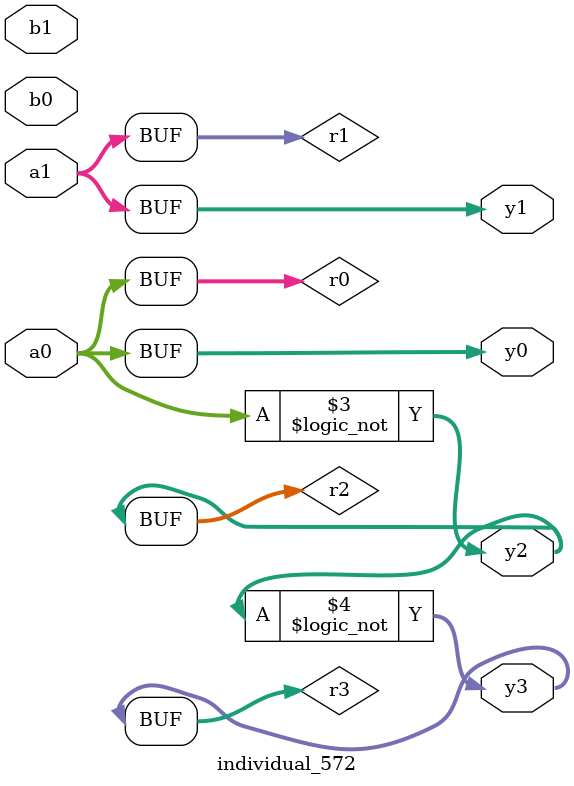
<source format=sv>
module individual_572(input logic [15:0] a1, input logic [15:0] a0, input logic [15:0] b1, input logic [15:0] b0, output logic [15:0] y3, output logic [15:0] y2, output logic [15:0] y1, output logic [15:0] y0);
logic [15:0] r0, r1, r2, r3; 
 always@(*) begin 
	 r0 = a0; r1 = a1; r2 = b0; r3 = b1; 
 	 r2  ^=  r3 ;
 	 r2 = ! r0 ;
 	 r3 = ! r2 ;
 	 y3 = r3; y2 = r2; y1 = r1; y0 = r0; 
end
endmodule
</source>
